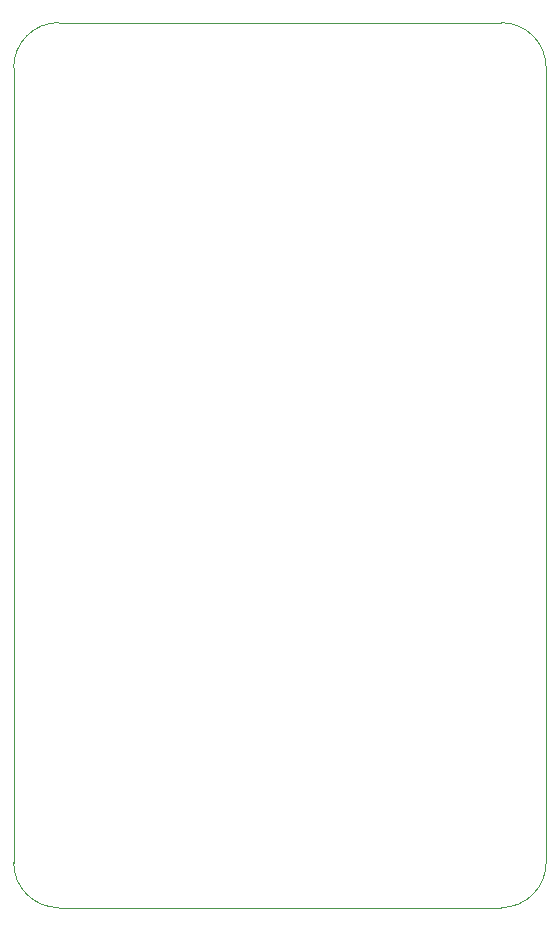
<source format=gbr>
%TF.GenerationSoftware,KiCad,Pcbnew,(5.1.12-1-10_14)*%
%TF.CreationDate,2022-01-05T15:40:26-08:00*%
%TF.ProjectId,SnapInCapStack,536e6170-496e-4436-9170-537461636b2e,3.0*%
%TF.SameCoordinates,Original*%
%TF.FileFunction,Profile,NP*%
%FSLAX46Y46*%
G04 Gerber Fmt 4.6, Leading zero omitted, Abs format (unit mm)*
G04 Created by KiCad (PCBNEW (5.1.12-1-10_14)) date 2022-01-05 15:40:26*
%MOMM*%
%LPD*%
G01*
G04 APERTURE LIST*
%TA.AperFunction,Profile*%
%ADD10C,0.050000*%
%TD*%
G04 APERTURE END LIST*
D10*
X107950000Y-52705000D02*
G75*
G02*
X111760000Y-48895000I3810000J0D01*
G01*
X111760000Y-123825000D02*
G75*
G02*
X107950000Y-120015000I0J3810000D01*
G01*
X153035000Y-120015000D02*
G75*
G02*
X149225000Y-123825000I-3810000J0D01*
G01*
X149225000Y-48895000D02*
G75*
G02*
X153035000Y-52705000I0J-3810000D01*
G01*
X153035000Y-120015000D02*
X153035000Y-52705000D01*
X111760000Y-123825000D02*
X149225000Y-123825000D01*
X107950000Y-52705000D02*
X107950000Y-120015000D01*
X149225000Y-48895000D02*
X111760000Y-48895000D01*
M02*

</source>
